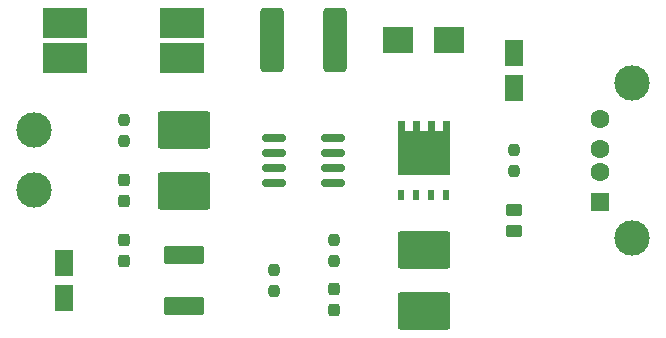
<source format=gbr>
%TF.GenerationSoftware,KiCad,Pcbnew,(6.0.4)*%
%TF.CreationDate,2022-04-25T19:14:18-07:00*%
%TF.ProjectId,SolarChargerV2,536f6c61-7243-4686-9172-67657256322e,rev?*%
%TF.SameCoordinates,Original*%
%TF.FileFunction,Soldermask,Top*%
%TF.FilePolarity,Negative*%
%FSLAX46Y46*%
G04 Gerber Fmt 4.6, Leading zero omitted, Abs format (unit mm)*
G04 Created by KiCad (PCBNEW (6.0.4)) date 2022-04-25 19:14:18*
%MOMM*%
%LPD*%
G01*
G04 APERTURE LIST*
G04 Aperture macros list*
%AMRoundRect*
0 Rectangle with rounded corners*
0 $1 Rounding radius*
0 $2 $3 $4 $5 $6 $7 $8 $9 X,Y pos of 4 corners*
0 Add a 4 corners polygon primitive as box body*
4,1,4,$2,$3,$4,$5,$6,$7,$8,$9,$2,$3,0*
0 Add four circle primitives for the rounded corners*
1,1,$1+$1,$2,$3*
1,1,$1+$1,$4,$5*
1,1,$1+$1,$6,$7*
1,1,$1+$1,$8,$9*
0 Add four rect primitives between the rounded corners*
20,1,$1+$1,$2,$3,$4,$5,0*
20,1,$1+$1,$4,$5,$6,$7,0*
20,1,$1+$1,$6,$7,$8,$9,0*
20,1,$1+$1,$8,$9,$2,$3,0*%
%AMFreePoly0*
4,1,17,2.675000,1.605000,1.875000,1.605000,1.875000,0.935000,2.675000,0.935000,2.675000,0.335000,1.875000,0.335000,1.875000,-0.335000,2.675000,-0.335000,2.675000,-0.935000,1.875000,-0.935000,1.875000,-1.605000,2.675000,-1.605000,2.675000,-2.205000,-1.875000,-2.205000,-1.875000,2.205000,2.675000,2.205000,2.675000,1.605000,2.675000,1.605000,$1*%
G04 Aperture macros list end*
%ADD10R,3.850000X2.500000*%
%ADD11R,1.600000X2.200000*%
%ADD12RoundRect,0.237500X-0.237500X0.300000X-0.237500X-0.300000X0.237500X-0.300000X0.237500X0.300000X0*%
%ADD13RoundRect,0.250000X-1.450000X0.537500X-1.450000X-0.537500X1.450000X-0.537500X1.450000X0.537500X0*%
%ADD14RoundRect,0.249999X-0.737501X-2.450001X0.737501X-2.450001X0.737501X2.450001X-0.737501X2.450001X0*%
%ADD15C,3.000000*%
%ADD16C,1.600000*%
%ADD17R,1.500000X1.600000*%
%ADD18R,2.500000X2.300000*%
%ADD19RoundRect,0.150000X-0.825000X-0.150000X0.825000X-0.150000X0.825000X0.150000X-0.825000X0.150000X0*%
%ADD20R,0.500000X0.850000*%
%ADD21FreePoly0,90.000000*%
%ADD22RoundRect,0.237500X-0.237500X0.250000X-0.237500X-0.250000X0.237500X-0.250000X0.237500X0.250000X0*%
%ADD23RoundRect,0.250000X-0.450000X0.262500X-0.450000X-0.262500X0.450000X-0.262500X0.450000X0.262500X0*%
%ADD24RoundRect,0.250000X-1.975000X1.350000X-1.975000X-1.350000X1.975000X-1.350000X1.975000X1.350000X0*%
G04 APERTURE END LIST*
D10*
%TO.C,Le*%
X116735000Y-62460000D03*
X106785000Y-62460000D03*
X106785000Y-59460000D03*
X116735000Y-59460000D03*
%TD*%
D11*
%TO.C,C7*%
X144780000Y-62000000D03*
X144780000Y-65000000D03*
%TD*%
%TO.C,C1*%
X106680000Y-82780000D03*
X106680000Y-79780000D03*
%TD*%
D12*
%TO.C,C5*%
X129540000Y-83770000D03*
X129540000Y-82045000D03*
%TD*%
%TO.C,C3*%
X111760000Y-77877500D03*
X111760000Y-79602500D03*
%TD*%
%TO.C,C2*%
X111760000Y-74522500D03*
X111760000Y-72797500D03*
%TD*%
D13*
%TO.C,C4*%
X116840000Y-83417500D03*
X116840000Y-79142500D03*
%TD*%
D14*
%TO.C,C6*%
X124362500Y-60960000D03*
X129637500Y-60960000D03*
%TD*%
D15*
%TO.C,J1*%
X154830000Y-77690000D03*
X154830000Y-64550000D03*
D16*
X152120000Y-67620000D03*
X152120000Y-70120000D03*
X152120000Y-72120000D03*
D17*
X152120000Y-74620000D03*
%TD*%
D18*
%TO.C,D1*%
X135010000Y-60960000D03*
X139310000Y-60960000D03*
%TD*%
D19*
%TO.C,U1*%
X124525000Y-69215000D03*
X124525000Y-70485000D03*
X124525000Y-71755000D03*
X124525000Y-73025000D03*
X129475000Y-73025000D03*
X129475000Y-71755000D03*
X129475000Y-70485000D03*
X129475000Y-69215000D03*
%TD*%
D20*
%TO.C,Q1*%
X139065000Y-74020000D03*
X137795000Y-74020000D03*
X136525000Y-74020000D03*
X135255000Y-74020000D03*
D21*
X137160000Y-70470000D03*
%TD*%
D22*
%TO.C,R6*%
X144780000Y-72032500D03*
X144780000Y-70207500D03*
%TD*%
%TO.C,R4*%
X129540000Y-79652500D03*
X129540000Y-77827500D03*
%TD*%
%TO.C,R3*%
X124460000Y-82192500D03*
X124460000Y-80367500D03*
%TD*%
%TO.C,R1*%
X111760000Y-69492500D03*
X111760000Y-67667500D03*
%TD*%
D23*
%TO.C,R7*%
X144780000Y-77112500D03*
X144780000Y-75287500D03*
%TD*%
D24*
%TO.C,R5*%
X137160000Y-83880000D03*
X137160000Y-78680000D03*
%TD*%
%TO.C,R2*%
X116840000Y-73720000D03*
X116840000Y-68520000D03*
%TD*%
D15*
%TO.C,SC1*%
X104140000Y-73660000D03*
X104140000Y-68580000D03*
%TD*%
M02*

</source>
